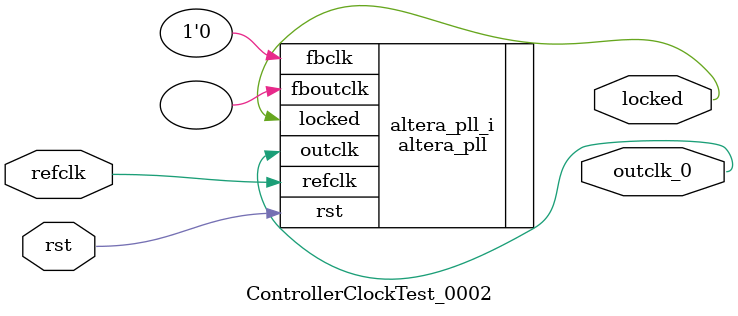
<source format=v>
`timescale 1ns/10ps
module  ControllerClockTest_0002(

	// interface 'refclk'
	input wire refclk,

	// interface 'reset'
	input wire rst,

	// interface 'outclk0'
	output wire outclk_0,

	// interface 'locked'
	output wire locked
);

	altera_pll #(
		.fractional_vco_multiplier("false"),
		.reference_clock_frequency("50.0 MHz"),
		.operation_mode("direct"),
		.number_of_clocks(1),
		.output_clock_frequency0("1.789819 MHz"),
		.phase_shift0("0 ps"),
		.duty_cycle0(50),
		.output_clock_frequency1("0 MHz"),
		.phase_shift1("0 ps"),
		.duty_cycle1(50),
		.output_clock_frequency2("0 MHz"),
		.phase_shift2("0 ps"),
		.duty_cycle2(50),
		.output_clock_frequency3("0 MHz"),
		.phase_shift3("0 ps"),
		.duty_cycle3(50),
		.output_clock_frequency4("0 MHz"),
		.phase_shift4("0 ps"),
		.duty_cycle4(50),
		.output_clock_frequency5("0 MHz"),
		.phase_shift5("0 ps"),
		.duty_cycle5(50),
		.output_clock_frequency6("0 MHz"),
		.phase_shift6("0 ps"),
		.duty_cycle6(50),
		.output_clock_frequency7("0 MHz"),
		.phase_shift7("0 ps"),
		.duty_cycle7(50),
		.output_clock_frequency8("0 MHz"),
		.phase_shift8("0 ps"),
		.duty_cycle8(50),
		.output_clock_frequency9("0 MHz"),
		.phase_shift9("0 ps"),
		.duty_cycle9(50),
		.output_clock_frequency10("0 MHz"),
		.phase_shift10("0 ps"),
		.duty_cycle10(50),
		.output_clock_frequency11("0 MHz"),
		.phase_shift11("0 ps"),
		.duty_cycle11(50),
		.output_clock_frequency12("0 MHz"),
		.phase_shift12("0 ps"),
		.duty_cycle12(50),
		.output_clock_frequency13("0 MHz"),
		.phase_shift13("0 ps"),
		.duty_cycle13(50),
		.output_clock_frequency14("0 MHz"),
		.phase_shift14("0 ps"),
		.duty_cycle14(50),
		.output_clock_frequency15("0 MHz"),
		.phase_shift15("0 ps"),
		.duty_cycle15(50),
		.output_clock_frequency16("0 MHz"),
		.phase_shift16("0 ps"),
		.duty_cycle16(50),
		.output_clock_frequency17("0 MHz"),
		.phase_shift17("0 ps"),
		.duty_cycle17(50),
		.pll_type("General"),
		.pll_subtype("General")
	) altera_pll_i (
		.rst	(rst),
		.outclk	({outclk_0}),
		.locked	(locked),
		.fboutclk	( ),
		.fbclk	(1'b0),
		.refclk	(refclk)
	);
endmodule


</source>
